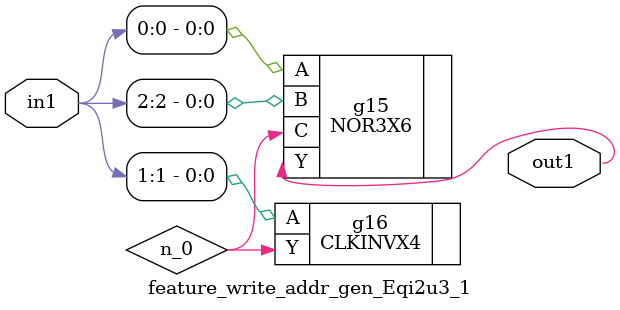
<source format=v>
`timescale 1ps / 1ps


module feature_write_addr_gen_Eqi2u3_1(in1, out1);
  input [2:0] in1;
  output out1;
  wire [2:0] in1;
  wire out1;
  wire n_0;
  NOR3X6 g15(.A (in1[0]), .B (in1[2]), .C (n_0), .Y (out1));
  CLKINVX4 g16(.A (in1[1]), .Y (n_0));
endmodule



</source>
